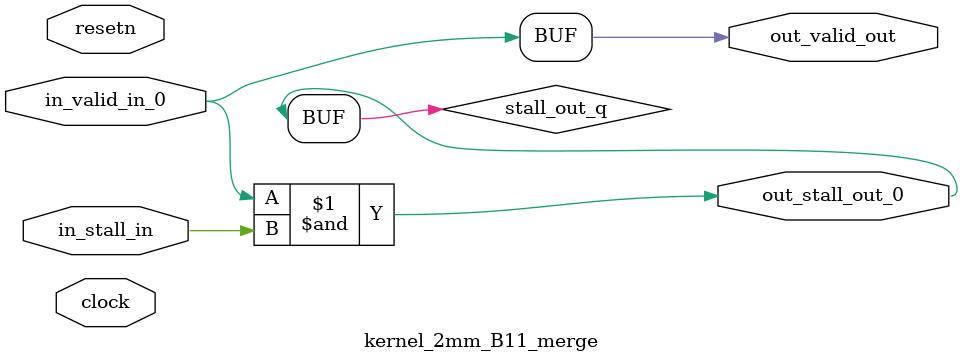
<source format=sv>



(* altera_attribute = "-name AUTO_SHIFT_REGISTER_RECOGNITION OFF; -name MESSAGE_DISABLE 10036; -name MESSAGE_DISABLE 10037; -name MESSAGE_DISABLE 14130; -name MESSAGE_DISABLE 14320; -name MESSAGE_DISABLE 15400; -name MESSAGE_DISABLE 14130; -name MESSAGE_DISABLE 10036; -name MESSAGE_DISABLE 12020; -name MESSAGE_DISABLE 12030; -name MESSAGE_DISABLE 12010; -name MESSAGE_DISABLE 12110; -name MESSAGE_DISABLE 14320; -name MESSAGE_DISABLE 13410; -name MESSAGE_DISABLE 113007; -name MESSAGE_DISABLE 10958" *)
module kernel_2mm_B11_merge (
    input wire [0:0] in_stall_in,
    input wire [0:0] in_valid_in_0,
    output wire [0:0] out_stall_out_0,
    output wire [0:0] out_valid_out,
    input wire clock,
    input wire resetn
    );

    wire [0:0] stall_out_q;


    // stall_out(LOGICAL,6)
    assign stall_out_q = in_valid_in_0 & in_stall_in;

    // out_stall_out_0(GPOUT,4)
    assign out_stall_out_0 = stall_out_q;

    // out_valid_out(GPOUT,5)
    assign out_valid_out = in_valid_in_0;

endmodule

</source>
